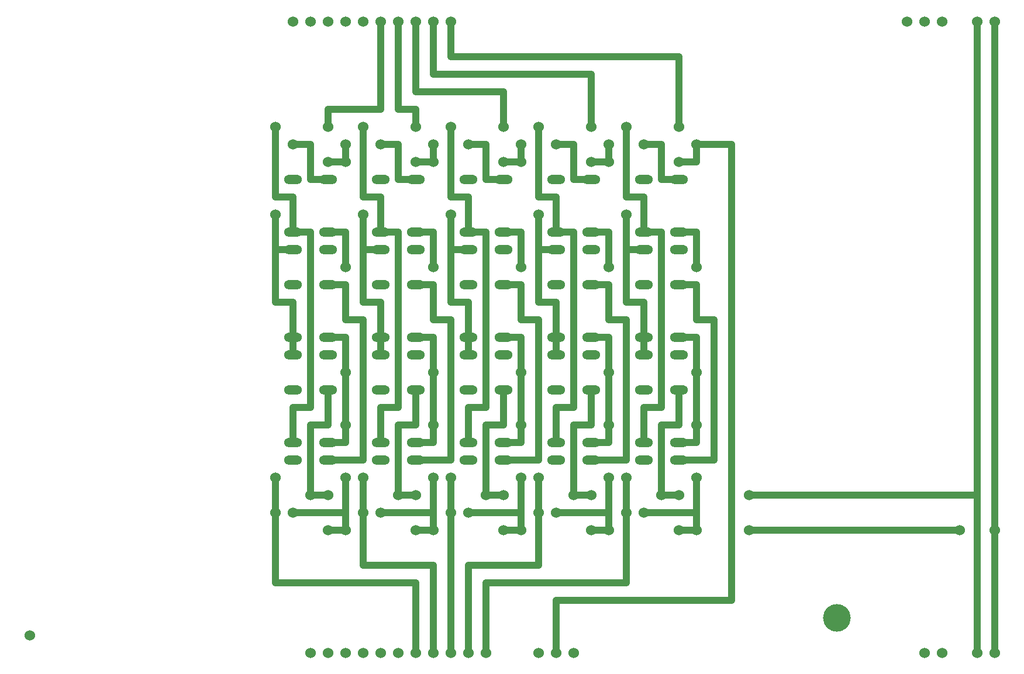
<source format=gbr>
G04 DesignSpark PCB Gerber Version 9.0 Build 5115 *
%FSLAX35Y35*%
%MOIN*%
%ADD29C,0.03937*%
%ADD10C,0.06000*%
%ADD18O,0.10400X0.05200*%
%ADD73C,0.15748*%
X0Y0D02*
D02*
D10*
X27022Y28596D03*
X167022Y98596D03*
Y118596D03*
Y268596D03*
Y318596D03*
X177022Y98596D03*
Y308596D03*
Y378596D03*
X187022Y18596D03*
Y108596D03*
Y378596D03*
X197022Y18596D03*
Y88596D03*
Y108596D03*
Y298596D03*
Y318596D03*
Y378596D03*
X207022Y18596D03*
Y88596D03*
Y118596D03*
Y148596D03*
Y178596D03*
Y238596D03*
Y298596D03*
Y308596D03*
Y378596D03*
X217022Y18596D03*
Y98596D03*
Y118596D03*
Y268596D03*
Y318596D03*
Y378596D03*
X227022Y18596D03*
Y98596D03*
Y308596D03*
Y378596D03*
X237022Y18596D03*
Y108596D03*
Y378596D03*
X247022Y18596D03*
Y88596D03*
Y108596D03*
Y298596D03*
Y318596D03*
Y378596D03*
X257022Y18596D03*
Y88596D03*
Y118596D03*
Y148596D03*
Y178596D03*
Y238596D03*
Y298596D03*
Y308596D03*
Y378596D03*
X267022Y18596D03*
Y98596D03*
Y118596D03*
Y268596D03*
Y318596D03*
Y378596D03*
X277022Y18596D03*
Y98596D03*
Y308596D03*
X287022Y18596D03*
Y108596D03*
X297022Y88596D03*
Y108596D03*
Y298596D03*
Y318596D03*
X307022Y88596D03*
Y118596D03*
Y148596D03*
Y178596D03*
Y238596D03*
Y298596D03*
Y308596D03*
X317022Y18596D03*
Y98596D03*
Y118596D03*
Y268596D03*
Y318596D03*
X327022Y18596D03*
Y98596D03*
Y308596D03*
X337022Y18596D03*
Y108596D03*
X347022Y88596D03*
Y108596D03*
Y298596D03*
Y318596D03*
X357022Y88596D03*
Y118596D03*
Y148596D03*
Y178596D03*
Y238596D03*
Y298596D03*
Y308596D03*
X367022Y98596D03*
Y118596D03*
Y268596D03*
Y318596D03*
X377022Y98596D03*
Y308596D03*
X387022Y108596D03*
X397022Y88596D03*
Y108596D03*
Y298596D03*
Y318596D03*
X407022Y88596D03*
Y118596D03*
Y148596D03*
Y178596D03*
Y238596D03*
Y308596D03*
X437022Y88596D03*
Y108596D03*
X527022Y378596D03*
X537022Y18596D03*
Y378596D03*
X547022Y18596D03*
Y378596D03*
X557022Y88596D03*
X567022Y18596D03*
Y378596D03*
X577022Y18596D03*
Y88596D03*
Y378596D03*
D02*
D18*
X177022Y128596D03*
Y138596D03*
Y168596D03*
Y188596D03*
Y198596D03*
Y228596D03*
Y248596D03*
Y258596D03*
Y288596D03*
X197022Y128596D03*
Y138596D03*
Y168596D03*
Y188596D03*
Y198596D03*
Y228596D03*
Y248596D03*
Y258596D03*
Y288596D03*
X227022Y128596D03*
Y138596D03*
Y168596D03*
Y188596D03*
Y198596D03*
Y228596D03*
Y248596D03*
Y258596D03*
Y288596D03*
X247022Y128596D03*
Y138596D03*
Y168596D03*
Y188596D03*
Y198596D03*
Y228596D03*
Y248596D03*
Y258596D03*
Y288596D03*
X277022Y128596D03*
Y138596D03*
Y168596D03*
Y188596D03*
Y198596D03*
Y228596D03*
Y248596D03*
Y258596D03*
Y288596D03*
X297022Y128596D03*
Y138596D03*
Y168596D03*
Y188596D03*
Y198596D03*
Y228596D03*
Y248596D03*
Y258596D03*
Y288596D03*
X327022Y128596D03*
Y138596D03*
Y168596D03*
Y188596D03*
Y198596D03*
Y228596D03*
Y248596D03*
Y258596D03*
Y288596D03*
X347022Y128596D03*
Y138596D03*
Y168596D03*
Y188596D03*
Y198596D03*
Y228596D03*
Y248596D03*
Y258596D03*
Y288596D03*
X377022Y128596D03*
Y138596D03*
Y168596D03*
Y188596D03*
Y198596D03*
Y228596D03*
Y248596D03*
Y258596D03*
Y288596D03*
X397022Y128596D03*
Y138596D03*
Y168596D03*
Y188596D03*
Y198596D03*
Y228596D03*
Y248596D03*
Y258596D03*
Y288596D03*
D02*
D29*
X167022Y118596D02*
Y98596D01*
Y248596D02*
X177022D01*
X167022Y268596D02*
Y248596D01*
X177022Y98596D02*
X207022D01*
X177022Y188596D02*
Y198596D01*
Y218596*
X167022*
Y248596*
X177022Y258596D02*
Y278596D01*
X167022*
Y318596*
X177022Y258596D02*
X187022D01*
Y158596*
X177022*
Y138596*
X187022Y108596D02*
X197022D01*
Y88596D02*
X207022D01*
X197022Y128596D02*
X217022D01*
Y208596*
X207022*
Y228596*
X197022*
Y168596D02*
Y148596D01*
X187022*
Y108596*
X197022Y198596D02*
X207022D01*
X197022Y288596D02*
X187022D01*
Y308596*
X177022*
X197022Y298596D02*
X207022D01*
X197022Y318596D02*
Y328596D01*
X227022*
Y378596*
X207022Y98596D02*
Y88596D01*
Y98596D02*
Y118596D01*
Y148596D02*
Y138596D01*
X197022*
X207022Y198596D02*
Y148596D01*
Y198596D02*
Y178596D01*
Y238596D02*
Y258596D01*
X197022*
X207022Y298596D02*
Y308596D01*
X217022Y98596D02*
Y68596D01*
X257022*
Y18596*
X217022Y118596D02*
Y98596D01*
Y248596D02*
X227022D01*
X217022Y268596D02*
Y248596D01*
X227022Y98596D02*
X257022D01*
X227022Y188596D02*
Y198596D01*
Y218596*
X217022*
Y248596*
X227022Y258596D02*
Y278596D01*
X217022*
Y318596*
X227022Y258596D02*
X237022D01*
Y158596*
X227022*
Y138596*
X237022Y108596D02*
X247022D01*
X237022Y378596D02*
Y328596D01*
X247022*
Y318596*
Y18596D02*
Y58596D01*
X167022*
Y98596*
X247022Y88596D02*
X257022D01*
X247022Y128596D02*
X267022D01*
Y208596*
X257022*
Y228596*
X247022*
Y168596D02*
Y148596D01*
X237022*
Y108596*
X247022Y198596D02*
X257022D01*
X247022Y288596D02*
X237022D01*
Y308596*
X227022*
X247022Y298596D02*
X257022D01*
Y98596D02*
Y88596D01*
Y98596D02*
Y118596D01*
Y148596D02*
Y138596D01*
X247022*
X257022Y198596D02*
Y148596D01*
Y198596D02*
Y178596D01*
Y238596D02*
Y258596D01*
X247022*
X257022Y298596D02*
Y308596D01*
Y378596D02*
Y348596D01*
X347022*
Y318596*
X267022Y98596D02*
Y18596D01*
Y118596D02*
Y98596D01*
Y248596D02*
X277022D01*
X267022Y268596D02*
Y248596D01*
Y378596D02*
Y358596D01*
X397022*
Y318596*
X277022Y18596D02*
Y68596D01*
X317022*
Y98596*
X277022D02*
X307022D01*
X277022Y188596D02*
Y198596D01*
Y218596*
X267022*
Y248596*
X277022Y258596D02*
Y278596D01*
X267022*
Y318596*
X277022Y258596D02*
X287022D01*
Y158596*
X277022*
Y138596*
X287022Y18596D02*
Y58596D01*
X367022*
Y98596*
X287022Y108596D02*
X297022D01*
Y88596D02*
X307022D01*
X297022Y128596D02*
X317022D01*
Y208596*
X307022*
Y228596*
X297022*
Y168596D02*
Y148596D01*
X287022*
Y108596*
X297022Y198596D02*
X307022D01*
X297022Y288596D02*
X287022D01*
Y308596*
X277022*
X297022Y298596D02*
X307022D01*
X297022Y318596D02*
Y338596D01*
X247022*
Y378596*
X307022Y98596D02*
Y88596D01*
Y98596D02*
Y118596D01*
Y148596D02*
Y138596D01*
X297022*
X307022Y198596D02*
Y148596D01*
Y198596D02*
Y178596D01*
Y238596D02*
Y258596D01*
X297022*
X307022Y298596D02*
Y308596D01*
X317022Y118596D02*
Y98596D01*
Y248596D02*
X327022D01*
X317022Y268596D02*
Y248596D01*
X327022Y18596D02*
Y48596D01*
X427022*
Y308596*
X407022*
X327022Y98596D02*
X357022D01*
X327022Y188596D02*
Y198596D01*
Y218596*
X317022*
Y248596*
X327022Y258596D02*
Y278596D01*
X317022*
Y318596*
X327022Y258596D02*
X337022D01*
Y158596*
X327022*
Y138596*
X337022Y108596D02*
X347022D01*
Y88596D02*
X357022D01*
X347022Y128596D02*
X367022D01*
Y208596*
X357022*
Y228596*
X347022*
Y168596D02*
Y148596D01*
X337022*
Y108596*
X347022Y198596D02*
X357022D01*
X347022Y288596D02*
X337022D01*
Y308596*
X327022*
X347022Y298596D02*
X357022D01*
Y98596D02*
Y88596D01*
Y98596D02*
Y118596D01*
Y148596D02*
Y138596D01*
X347022*
X357022Y198596D02*
Y148596D01*
Y198596D02*
Y178596D01*
Y238596D02*
Y258596D01*
X347022*
X357022Y298596D02*
Y308596D01*
X367022Y118596D02*
Y98596D01*
Y248596D02*
X377022D01*
X367022Y268596D02*
Y248596D01*
X377022Y98596D02*
X407022D01*
X377022Y188596D02*
Y198596D01*
Y218596*
X367022*
Y248596*
X377022Y258596D02*
Y278596D01*
X367022*
Y318596*
X377022Y258596D02*
X387022D01*
Y158596*
X377022*
Y138596*
X387022Y108596D02*
X397022D01*
Y88596D02*
X407022D01*
X397022Y168596D02*
Y148596D01*
X387022*
Y108596*
X397022Y198596D02*
X407022D01*
X397022Y228596D02*
X407022D01*
Y208596*
X417022*
Y128596*
X397022*
Y288596D02*
X387022D01*
Y308596*
X377022*
X407022Y98596D02*
Y88596D01*
Y98596D02*
Y118596D01*
Y148596D02*
Y138596D01*
X397022*
X407022Y198596D02*
Y148596D01*
Y198596D02*
Y178596D01*
Y238596D02*
Y258596D01*
X397022*
X407022Y308596D02*
Y298596D01*
X397022*
X437022Y108596D02*
X567022D01*
X557022Y88596D02*
X437022D01*
X567022Y108596D02*
Y18596D01*
Y378596D02*
Y108596D01*
X577022Y18596D02*
Y88596D01*
Y378596*
D02*
D73*
X487022Y38596D03*
X0Y0D02*
M02*

</source>
